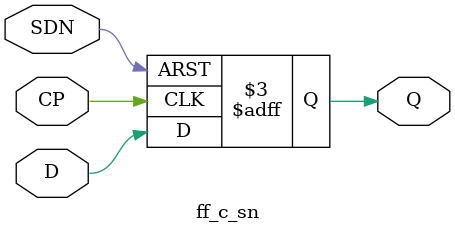
<source format=sv>
module ff_c_sn #(
) (
    input D,
    input CP,
    input SDN,
    output reg Q
);
    always @(posedge CP or negedge SDN) begin
        if (!SDN) begin
            Q <=  1;
        end else begin
            Q <=  D;
        end
    end
endmodule



</source>
